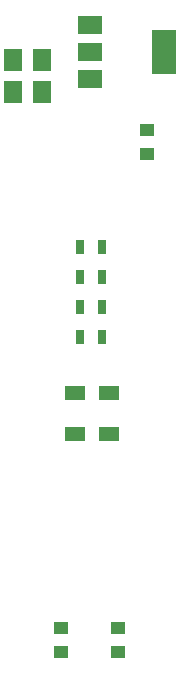
<source format=gbr>
G04 #@! TF.FileFunction,Paste,Bot*
%FSLAX46Y46*%
G04 Gerber Fmt 4.6, Leading zero omitted, Abs format (unit mm)*
G04 Created by KiCad (PCBNEW 4.0.2+e4-6225~38~ubuntu15.10.1-stable) date Wed 09 Aug 2017 03:20:26 AM EEST*
%MOMM*%
G01*
G04 APERTURE LIST*
%ADD10C,0.100000*%
%ADD11R,2.000000X3.800000*%
%ADD12R,2.000000X1.500000*%
%ADD13R,1.250000X1.000000*%
%ADD14R,1.500000X1.950000*%
%ADD15R,1.700000X1.300000*%
%ADD16R,0.700000X1.300000*%
G04 APERTURE END LIST*
D10*
D11*
X82398000Y-59690000D03*
D12*
X76098000Y-59690000D03*
X76098000Y-57390000D03*
X76098000Y-61990000D03*
D13*
X80899000Y-66310000D03*
X80899000Y-68310000D03*
D14*
X69596000Y-60347000D03*
X69596000Y-63097000D03*
X72009000Y-60347000D03*
X72009000Y-63097000D03*
D13*
X78486000Y-108474000D03*
X78486000Y-110474000D03*
X73660000Y-108474000D03*
X73660000Y-110474000D03*
D15*
X74803000Y-88547000D03*
X74803000Y-92047000D03*
X77724000Y-88547000D03*
X77724000Y-92047000D03*
D16*
X75250000Y-81280000D03*
X77150000Y-81280000D03*
X75250000Y-78740000D03*
X77150000Y-78740000D03*
X75250000Y-83820000D03*
X77150000Y-83820000D03*
X77150000Y-76200000D03*
X75250000Y-76200000D03*
M02*

</source>
